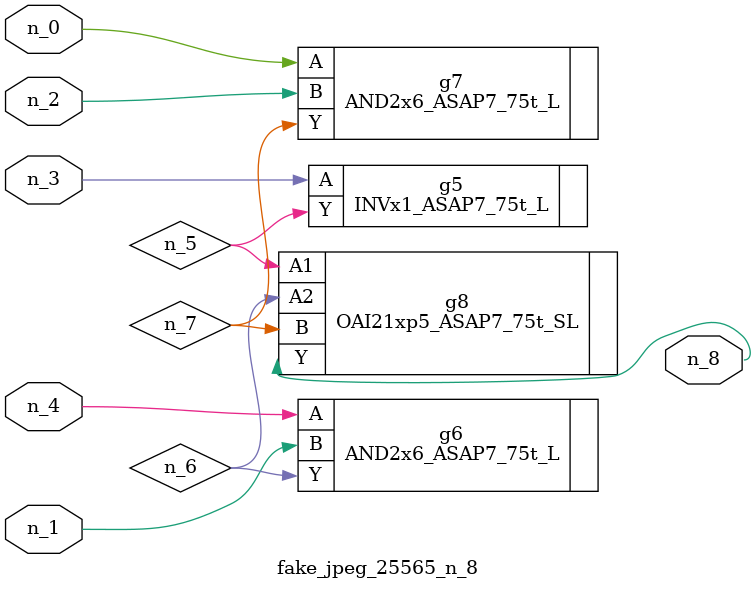
<source format=v>
module fake_jpeg_25565_n_8 (n_3, n_2, n_1, n_0, n_4, n_8);

input n_3;
input n_2;
input n_1;
input n_0;
input n_4;

output n_8;

wire n_6;
wire n_5;
wire n_7;

INVx1_ASAP7_75t_L g5 ( 
.A(n_3),
.Y(n_5)
);

AND2x6_ASAP7_75t_L g6 ( 
.A(n_4),
.B(n_1),
.Y(n_6)
);

AND2x6_ASAP7_75t_L g7 ( 
.A(n_0),
.B(n_2),
.Y(n_7)
);

OAI21xp5_ASAP7_75t_SL g8 ( 
.A1(n_5),
.A2(n_6),
.B(n_7),
.Y(n_8)
);


endmodule
</source>
